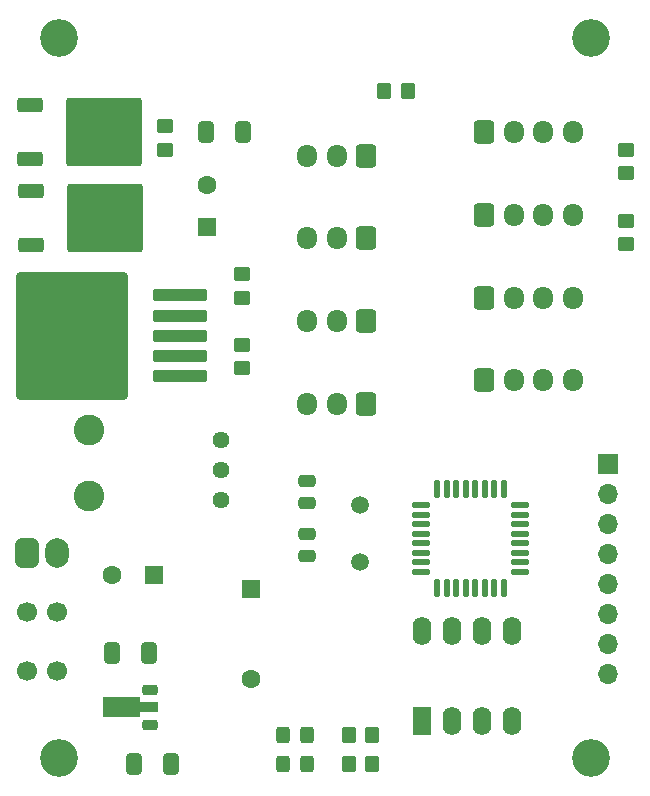
<source format=gbr>
%TF.GenerationSoftware,KiCad,Pcbnew,8.0.0-8.0.0-1~ubuntu20.04.1*%
%TF.CreationDate,2024-04-08T21:34:55+05:00*%
%TF.ProjectId,GammaAnomalain,47616d6d-6141-46e6-9f6d-616c61696e2e,rev?*%
%TF.SameCoordinates,Original*%
%TF.FileFunction,Soldermask,Top*%
%TF.FilePolarity,Negative*%
%FSLAX46Y46*%
G04 Gerber Fmt 4.6, Leading zero omitted, Abs format (unit mm)*
G04 Created by KiCad (PCBNEW 8.0.0-8.0.0-1~ubuntu20.04.1) date 2024-04-08 21:34:55*
%MOMM*%
%LPD*%
G01*
G04 APERTURE LIST*
G04 Aperture macros list*
%AMRoundRect*
0 Rectangle with rounded corners*
0 $1 Rounding radius*
0 $2 $3 $4 $5 $6 $7 $8 $9 X,Y pos of 4 corners*
0 Add a 4 corners polygon primitive as box body*
4,1,4,$2,$3,$4,$5,$6,$7,$8,$9,$2,$3,0*
0 Add four circle primitives for the rounded corners*
1,1,$1+$1,$2,$3*
1,1,$1+$1,$4,$5*
1,1,$1+$1,$6,$7*
1,1,$1+$1,$8,$9*
0 Add four rect primitives between the rounded corners*
20,1,$1+$1,$2,$3,$4,$5,0*
20,1,$1+$1,$4,$5,$6,$7,0*
20,1,$1+$1,$6,$7,$8,$9,0*
20,1,$1+$1,$8,$9,$2,$3,0*%
%AMFreePoly0*
4,1,9,3.862500,-0.866500,0.737500,-0.866500,0.737500,-0.450000,-0.737500,-0.450000,-0.737500,0.450000,0.737500,0.450000,0.737500,0.866500,3.862500,0.866500,3.862500,-0.866500,3.862500,-0.866500,$1*%
G04 Aperture macros list end*
%ADD10RoundRect,0.250000X-0.450000X0.350000X-0.450000X-0.350000X0.450000X-0.350000X0.450000X0.350000X0*%
%ADD11R,1.600000X1.600000*%
%ADD12C,1.600000*%
%ADD13RoundRect,0.250000X0.450000X-0.350000X0.450000X0.350000X-0.450000X0.350000X-0.450000X-0.350000X0*%
%ADD14RoundRect,0.250000X0.412500X0.650000X-0.412500X0.650000X-0.412500X-0.650000X0.412500X-0.650000X0*%
%ADD15C,1.500000*%
%ADD16RoundRect,0.250000X0.600000X0.725000X-0.600000X0.725000X-0.600000X-0.725000X0.600000X-0.725000X0*%
%ADD17O,1.700000X1.950000*%
%ADD18RoundRect,0.250000X-0.600000X-0.725000X0.600000X-0.725000X0.600000X0.725000X-0.600000X0.725000X0*%
%ADD19RoundRect,0.250000X-0.350000X-0.450000X0.350000X-0.450000X0.350000X0.450000X-0.350000X0.450000X0*%
%ADD20RoundRect,0.250000X2.050000X0.300000X-2.050000X0.300000X-2.050000X-0.300000X2.050000X-0.300000X0*%
%ADD21RoundRect,0.250002X4.449998X5.149998X-4.449998X5.149998X-4.449998X-5.149998X4.449998X-5.149998X0*%
%ADD22C,2.600000*%
%ADD23C,3.200000*%
%ADD24R,1.600000X2.400000*%
%ADD25O,1.600000X2.400000*%
%ADD26RoundRect,0.250000X0.475000X-0.250000X0.475000X0.250000X-0.475000X0.250000X-0.475000X-0.250000X0*%
%ADD27RoundRect,0.250000X-0.325000X-0.450000X0.325000X-0.450000X0.325000X0.450000X-0.325000X0.450000X0*%
%ADD28RoundRect,0.225000X0.425000X0.225000X-0.425000X0.225000X-0.425000X-0.225000X0.425000X-0.225000X0*%
%ADD29FreePoly0,180.000000*%
%ADD30RoundRect,0.250000X-0.850000X-0.350000X0.850000X-0.350000X0.850000X0.350000X-0.850000X0.350000X0*%
%ADD31RoundRect,0.249997X-2.950003X-2.650003X2.950003X-2.650003X2.950003X2.650003X-2.950003X2.650003X0*%
%ADD32RoundRect,0.125000X-0.625000X-0.125000X0.625000X-0.125000X0.625000X0.125000X-0.625000X0.125000X0*%
%ADD33RoundRect,0.125000X-0.125000X-0.625000X0.125000X-0.625000X0.125000X0.625000X-0.125000X0.625000X0*%
%ADD34RoundRect,0.250000X-0.475000X0.250000X-0.475000X-0.250000X0.475000X-0.250000X0.475000X0.250000X0*%
%ADD35C,1.440000*%
%ADD36C,1.700000*%
%ADD37RoundRect,0.500000X0.500000X-0.750000X0.500000X0.750000X-0.500000X0.750000X-0.500000X-0.750000X0*%
%ADD38O,2.000000X2.500000*%
%ADD39R,1.700000X1.700000*%
%ADD40O,1.700000X1.700000*%
G04 APERTURE END LIST*
D10*
%TO.C,R4*%
X152000000Y-69500000D03*
X152000000Y-71500000D03*
%TD*%
D11*
%TO.C,C4*%
X112000000Y-99500000D03*
D12*
X108500000Y-99500000D03*
%TD*%
D13*
%TO.C,R2*%
X119500000Y-82000000D03*
X119500000Y-80000000D03*
%TD*%
D14*
%TO.C,C3*%
X111625000Y-106100000D03*
X108500000Y-106100000D03*
%TD*%
D15*
%TO.C,Y1*%
X129500000Y-93550000D03*
X129500000Y-98430000D03*
%TD*%
D16*
%TO.C,J4*%
X130000000Y-64000000D03*
D17*
X127500000Y-64000000D03*
X125000000Y-64000000D03*
%TD*%
D18*
%TO.C,J7*%
X140000000Y-76000000D03*
D17*
X142500000Y-76000000D03*
X145000000Y-76000000D03*
X147500000Y-76000000D03*
%TD*%
D18*
%TO.C,J6*%
X140000000Y-69000000D03*
D17*
X142500000Y-69000000D03*
X145000000Y-69000000D03*
X147500000Y-69000000D03*
%TD*%
D19*
%TO.C,R3*%
X131500000Y-58500000D03*
X133500000Y-58500000D03*
%TD*%
D20*
%TO.C,U3*%
X114225000Y-82625000D03*
X114225000Y-80925000D03*
X114225000Y-79225000D03*
D21*
X105075000Y-79225000D03*
D20*
X114225000Y-77525000D03*
X114225000Y-75825000D03*
%TD*%
D22*
%TO.C,L1*%
X106500000Y-92800000D03*
X106500000Y-87200000D03*
%TD*%
D23*
%TO.C,H2*%
X149000000Y-54000000D03*
%TD*%
D14*
%TO.C,C7*%
X113500000Y-115500000D03*
X110375000Y-115500000D03*
%TD*%
%TO.C,C6*%
X119562500Y-62000000D03*
X116437500Y-62000000D03*
%TD*%
D23*
%TO.C,H4*%
X149000000Y-115000000D03*
%TD*%
D24*
%TO.C,U4*%
X134700000Y-111825000D03*
D25*
X137240000Y-111825000D03*
X139780000Y-111825000D03*
X142320000Y-111825000D03*
X142320000Y-104205000D03*
X139780000Y-104205000D03*
X137240000Y-104205000D03*
X134700000Y-104205000D03*
%TD*%
D18*
%TO.C,J5*%
X140000000Y-62000000D03*
D17*
X142500000Y-62000000D03*
X145000000Y-62000000D03*
X147500000Y-62000000D03*
%TD*%
D13*
%TO.C,R1*%
X119500000Y-76000000D03*
X119500000Y-74000000D03*
%TD*%
D11*
%TO.C,C5*%
X116500000Y-70000000D03*
D12*
X116500000Y-66500000D03*
%TD*%
D26*
%TO.C,C2*%
X125000000Y-97900000D03*
X125000000Y-96000000D03*
%TD*%
D16*
%TO.C,J1*%
X130000000Y-85000000D03*
D17*
X127500000Y-85000000D03*
X125000000Y-85000000D03*
%TD*%
D27*
%TO.C,D2*%
X122950000Y-113000000D03*
X125000000Y-113000000D03*
%TD*%
D16*
%TO.C,J3*%
X130000000Y-71000000D03*
D17*
X127500000Y-71000000D03*
X125000000Y-71000000D03*
%TD*%
D16*
%TO.C,J2*%
X130000000Y-78000000D03*
D17*
X127500000Y-78000000D03*
X125000000Y-78000000D03*
%TD*%
D27*
%TO.C,D3*%
X122950000Y-115500000D03*
X125000000Y-115500000D03*
%TD*%
D19*
%TO.C,R8*%
X128500000Y-115500000D03*
X130500000Y-115500000D03*
%TD*%
D28*
%TO.C,U2*%
X111712500Y-112200000D03*
D29*
X111625000Y-110700000D03*
D28*
X111712500Y-109200000D03*
%TD*%
D11*
%TO.C,BZ1*%
X120200000Y-100700000D03*
D12*
X120200000Y-108300000D03*
%TD*%
D13*
%TO.C,R6*%
X113000000Y-63500000D03*
X113000000Y-61500000D03*
%TD*%
D23*
%TO.C,H1*%
X104000000Y-54000000D03*
%TD*%
D30*
%TO.C,Q1*%
X101525000Y-59695000D03*
D31*
X107825000Y-61975000D03*
D30*
X101525000Y-64255000D03*
%TD*%
D32*
%TO.C,U1*%
X134650000Y-93600000D03*
X134650000Y-94400000D03*
X134650000Y-95200000D03*
X134650000Y-96000000D03*
X134650000Y-96800000D03*
X134650000Y-97600000D03*
X134650000Y-98400000D03*
X134650000Y-99200000D03*
D33*
X136025000Y-100575000D03*
X136825000Y-100575000D03*
X137625000Y-100575000D03*
X138425000Y-100575000D03*
X139225000Y-100575000D03*
X140025000Y-100575000D03*
X140825000Y-100575000D03*
X141625000Y-100575000D03*
D32*
X143000000Y-99200000D03*
X143000000Y-98400000D03*
X143000000Y-97600000D03*
X143000000Y-96800000D03*
X143000000Y-96000000D03*
X143000000Y-95200000D03*
X143000000Y-94400000D03*
X143000000Y-93600000D03*
D33*
X141625000Y-92225000D03*
X140825000Y-92225000D03*
X140025000Y-92225000D03*
X139225000Y-92225000D03*
X138425000Y-92225000D03*
X137625000Y-92225000D03*
X136825000Y-92225000D03*
X136025000Y-92225000D03*
%TD*%
D31*
%TO.C,D1*%
X107877500Y-69302500D03*
D30*
X101577500Y-67022500D03*
X101577500Y-71582500D03*
%TD*%
D18*
%TO.C,J11*%
X140000000Y-83000000D03*
D17*
X142500000Y-83000000D03*
X145000000Y-83000000D03*
X147500000Y-83000000D03*
%TD*%
D34*
%TO.C,C1*%
X125000000Y-91500000D03*
X125000000Y-93400000D03*
%TD*%
D13*
%TO.C,R5*%
X152000000Y-65500000D03*
X152000000Y-63500000D03*
%TD*%
D35*
%TO.C,RV1*%
X117700000Y-88100000D03*
X117700000Y-90640000D03*
X117700000Y-93180000D03*
%TD*%
D36*
%TO.C,J9*%
X101300000Y-107600000D03*
X103800000Y-107600000D03*
X101300000Y-102600000D03*
X103800000Y-102600000D03*
D37*
X101300000Y-97600000D03*
D38*
X103800000Y-97600000D03*
%TD*%
D23*
%TO.C,H3*%
X104000000Y-115000000D03*
%TD*%
D39*
%TO.C,J8*%
X150500000Y-90125000D03*
D40*
X150500000Y-92665000D03*
X150500000Y-95205000D03*
X150500000Y-97745000D03*
X150500000Y-100285000D03*
X150500000Y-102825000D03*
X150500000Y-105365000D03*
X150500000Y-107905000D03*
%TD*%
D19*
%TO.C,R7*%
X128500000Y-113000000D03*
X130500000Y-113000000D03*
%TD*%
M02*

</source>
